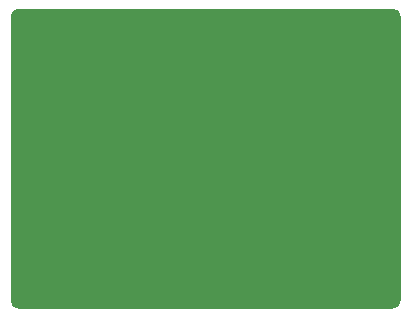
<source format=gbr>
G04 DipTrace 2.4.0.2*
%INBoard.gbr*%
%MOIN*%
%ADD11C,0.0055*%
%FSLAX44Y44*%
G04*
G70*
G90*
G75*
G01*
%LNBoardPoly*%
%LPD*%
G36*
X-7390Y-5120D2*
D11*
X5110D1*
G03X5360Y-4870I0J250D01*
G01*
Y4630D1*
G03X5110Y4880I-250J0D01*
G01*
X-7390D1*
G03X-7640Y4630I0J-250D01*
G01*
Y-4870D1*
G03X-7390Y-5120I250J0D01*
G01*
G37*
M02*

</source>
